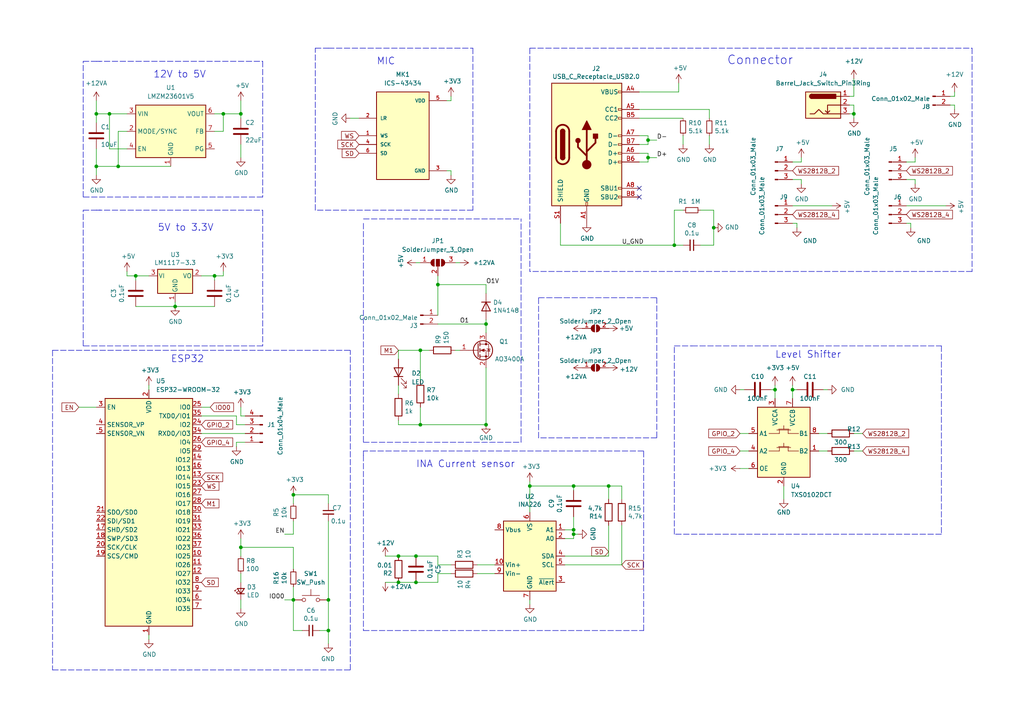
<source format=kicad_sch>
(kicad_sch (version 20211123) (generator eeschema)
  (paper "A4")
  (junction (at 140.97 123.19))
  (junction (at 140.97 93.98))
  (junction (at 229.87 113.03))
  (junction (at 247.65 33.02))
  (junction (at 62.23 80.01))
  (junction (at 187.96 45.72))
  (junction (at 166.37 153.67))
  (junction (at 153.67 140.97))
  (junction (at 120.65 168.91))
  (junction (at 64.77 33.02))
  (junction (at 187.96 40.64))
  (junction (at 27.94 33.02))
  (junction (at 127 82.55))
  (junction (at 195.58 71.12))
  (junction (at 31.75 33.02))
  (junction (at 166.37 140.97))
  (junction (at 121.92 101.6))
  (junction (at 85.09 173.99))
  (junction (at 207.01 66.04))
  (junction (at 95.25 182.88))
  (junction (at 120.65 161.29))
  (junction (at 121.92 123.19))
  (junction (at 27.94 48.26))
  (junction (at 69.85 33.02))
  (junction (at 69.85 158.75))
  (junction (at 50.8 88.9))
  (junction (at 95.25 173.99))
  (junction (at 39.37 80.01))
  (junction (at 166.37 154.94))
  (junction (at 85.09 143.51))
  (junction (at 115.57 168.91))
  (junction (at 176.53 140.97))
  (junction (at 224.79 113.03))
  (junction (at 34.29 48.26))
  (junction (at 115.57 161.29))
  (no_connect (at 185.42 54.61))
  (no_connect (at 185.42 57.15))
  (wire (pts (xy 205.74 41.91) (xy 205.74 39.37)))
  (wire (pts (xy 166.37 149.86) (xy 166.37 153.67)))
  (wire (pts (xy 203.2 71.12) (xy 207.01 71.12)))
  (polyline (pts (xy 273.05 100.33) (xy 273.05 154.94)))
  (wire (pts (xy 127 82.55) (xy 140.97 82.55)))
  (wire (pts (xy 127 163.83) (xy 127 161.29)))
  (wire (pts (xy 68.58 123.19) (xy 71.12 123.19)))
  (wire (pts (xy 153.67 140.97) (xy 153.67 148.59)))
  (wire (pts (xy 229.87 111.76) (xy 229.87 113.03)))
  (polyline (pts (xy 105.41 182.88) (xy 186.69 182.88)))
  (polyline (pts (xy 91.44 60.96) (xy 91.44 13.97)))
  (polyline (pts (xy 273.05 154.94) (xy 195.58 154.94)))
  (wire (pts (xy 50.8 88.9) (xy 62.23 88.9)))
  (wire (pts (xy 85.09 158.75) (xy 69.85 158.75)))
  (wire (pts (xy 264.16 66.04) (xy 264.16 64.77)))
  (wire (pts (xy 185.42 34.29) (xy 198.12 34.29)))
  (wire (pts (xy 69.85 118.11) (xy 69.85 120.65)))
  (wire (pts (xy 69.85 41.91) (xy 69.85 45.72)))
  (wire (pts (xy 36.83 43.18) (xy 31.75 43.18)))
  (wire (pts (xy 166.37 154.94) (xy 167.64 154.94)))
  (wire (pts (xy 153.67 173.99) (xy 153.67 175.26)))
  (wire (pts (xy 229.87 113.03) (xy 229.87 115.57)))
  (wire (pts (xy 27.94 48.26) (xy 34.29 48.26)))
  (wire (pts (xy 62.23 38.1) (xy 64.77 38.1)))
  (wire (pts (xy 62.23 80.01) (xy 58.42 80.01)))
  (wire (pts (xy 68.58 120.65) (xy 68.58 123.19)))
  (wire (pts (xy 31.75 33.02) (xy 36.83 33.02)))
  (wire (pts (xy 27.94 43.18) (xy 27.94 48.26)))
  (polyline (pts (xy 15.24 101.6) (xy 101.6 101.6)))
  (wire (pts (xy 95.25 173.99) (xy 95.25 182.88)))
  (polyline (pts (xy 15.24 194.31) (xy 101.6 194.31)))
  (polyline (pts (xy 137.16 13.97) (xy 137.16 60.96)))
  (wire (pts (xy 85.09 154.94) (xy 82.55 154.94)))
  (wire (pts (xy 69.85 156.21) (xy 69.85 158.75)))
  (wire (pts (xy 276.86 26.67) (xy 276.86 27.94)))
  (wire (pts (xy 127 168.91) (xy 120.65 168.91)))
  (wire (pts (xy 115.57 101.6) (xy 115.57 104.14)))
  (wire (pts (xy 207.01 60.96) (xy 207.01 66.04)))
  (wire (pts (xy 237.49 125.73) (xy 240.03 125.73)))
  (wire (pts (xy 120.65 161.29) (xy 115.57 161.29)))
  (wire (pts (xy 64.77 38.1) (xy 64.77 33.02)))
  (wire (pts (xy 275.59 30.48) (xy 276.86 30.48)))
  (wire (pts (xy 121.92 101.6) (xy 121.92 110.49)))
  (polyline (pts (xy 76.2 60.96) (xy 76.2 100.33)))
  (wire (pts (xy 62.23 33.02) (xy 64.77 33.02)))
  (wire (pts (xy 22.86 118.11) (xy 27.94 118.11)))
  (wire (pts (xy 214.63 125.73) (xy 217.17 125.73)))
  (wire (pts (xy 180.34 140.97) (xy 180.34 144.78)))
  (polyline (pts (xy 186.69 182.88) (xy 186.69 130.81)))
  (wire (pts (xy 85.09 173.99) (xy 85.09 182.88)))
  (wire (pts (xy 36.83 78.74) (xy 36.83 80.01)))
  (wire (pts (xy 187.96 44.45) (xy 185.42 44.45)))
  (wire (pts (xy 115.57 101.6) (xy 121.92 101.6)))
  (wire (pts (xy 95.25 182.88) (xy 92.71 182.88)))
  (wire (pts (xy 127 80.01) (xy 127 82.55)))
  (wire (pts (xy 68.58 128.27) (xy 71.12 128.27)))
  (wire (pts (xy 140.97 123.19) (xy 121.92 123.19)))
  (wire (pts (xy 115.57 123.19) (xy 121.92 123.19)))
  (wire (pts (xy 237.49 130.81) (xy 240.03 130.81)))
  (wire (pts (xy 231.14 113.03) (xy 229.87 113.03)))
  (wire (pts (xy 143.51 163.83) (xy 138.43 163.83)))
  (polyline (pts (xy 27.94 17.78) (xy 76.2 17.78)))
  (wire (pts (xy 231.14 66.04) (xy 231.14 64.77)))
  (wire (pts (xy 140.97 82.55) (xy 140.97 85.09)))
  (wire (pts (xy 43.18 111.76) (xy 43.18 113.03)))
  (polyline (pts (xy 195.58 154.94) (xy 195.58 100.33)))
  (wire (pts (xy 232.41 45.72) (xy 232.41 46.99)))
  (wire (pts (xy 187.96 45.72) (xy 187.96 44.45)))
  (wire (pts (xy 129.54 49.53) (xy 130.81 49.53)))
  (wire (pts (xy 130.81 27.94) (xy 130.81 29.21)))
  (wire (pts (xy 276.86 30.48) (xy 276.86 31.75)))
  (wire (pts (xy 195.58 60.96) (xy 195.58 71.12)))
  (polyline (pts (xy 105.41 130.81) (xy 105.41 132.08)))
  (wire (pts (xy 198.12 71.12) (xy 195.58 71.12)))
  (wire (pts (xy 247.65 33.02) (xy 247.65 34.29)))
  (wire (pts (xy 187.96 46.99) (xy 187.96 45.72)))
  (wire (pts (xy 214.63 135.89) (xy 217.17 135.89)))
  (wire (pts (xy 264.16 64.77) (xy 262.89 64.77)))
  (wire (pts (xy 127 166.37) (xy 130.81 166.37)))
  (polyline (pts (xy 195.58 100.33) (xy 200.66 100.33)))
  (wire (pts (xy 101.6 34.29) (xy 104.14 34.29)))
  (polyline (pts (xy 186.69 130.81) (xy 105.41 130.81)))
  (wire (pts (xy 232.41 46.99) (xy 229.87 46.99)))
  (polyline (pts (xy 24.13 100.33) (xy 24.13 60.96)))
  (wire (pts (xy 69.85 168.91) (xy 69.85 166.37)))
  (polyline (pts (xy 95.25 13.97) (xy 137.16 13.97)))
  (wire (pts (xy 85.09 170.18) (xy 85.09 173.99)))
  (wire (pts (xy 27.94 33.02) (xy 31.75 33.02)))
  (wire (pts (xy 196.85 26.67) (xy 196.85 24.13)))
  (wire (pts (xy 247.65 125.73) (xy 250.19 125.73)))
  (wire (pts (xy 265.43 52.07) (xy 262.89 52.07)))
  (wire (pts (xy 166.37 140.97) (xy 166.37 142.24)))
  (wire (pts (xy 27.94 48.26) (xy 27.94 50.8)))
  (wire (pts (xy 43.18 184.15) (xy 43.18 185.42)))
  (wire (pts (xy 176.53 140.97) (xy 180.34 140.97)))
  (wire (pts (xy 115.57 121.92) (xy 115.57 123.19)))
  (wire (pts (xy 140.97 93.98) (xy 140.97 92.71)))
  (wire (pts (xy 190.5 45.72) (xy 187.96 45.72)))
  (polyline (pts (xy 24.13 60.96) (xy 29.21 60.96)))
  (wire (pts (xy 203.2 60.96) (xy 207.01 60.96)))
  (wire (pts (xy 185.42 31.75) (xy 205.74 31.75)))
  (wire (pts (xy 207.01 71.12) (xy 207.01 66.04)))
  (wire (pts (xy 64.77 78.74) (xy 64.77 80.01)))
  (polyline (pts (xy 24.13 57.15) (xy 24.13 17.78)))
  (wire (pts (xy 85.09 165.1) (xy 85.09 158.75)))
  (wire (pts (xy 195.58 60.96) (xy 198.12 60.96)))
  (wire (pts (xy 187.96 40.64) (xy 187.96 41.91)))
  (wire (pts (xy 229.87 59.69) (xy 241.3 59.69)))
  (wire (pts (xy 132.08 101.6) (xy 133.35 101.6)))
  (wire (pts (xy 232.41 53.34) (xy 232.41 52.07)))
  (polyline (pts (xy 200.66 100.33) (xy 273.05 100.33)))
  (wire (pts (xy 85.09 151.13) (xy 85.09 154.94)))
  (polyline (pts (xy 76.2 17.78) (xy 76.2 57.15)))
  (wire (pts (xy 111.76 168.91) (xy 115.57 168.91)))
  (wire (pts (xy 153.67 139.7) (xy 153.67 140.97)))
  (polyline (pts (xy 156.21 86.36) (xy 161.29 86.36)))
  (polyline (pts (xy 190.5 86.36) (xy 190.5 127)))
  (wire (pts (xy 166.37 140.97) (xy 153.67 140.97)))
  (wire (pts (xy 36.83 80.01) (xy 39.37 80.01)))
  (wire (pts (xy 195.58 71.12) (xy 162.56 71.12)))
  (wire (pts (xy 68.58 129.54) (xy 68.58 128.27)))
  (polyline (pts (xy 281.94 78.74) (xy 153.67 78.74)))
  (wire (pts (xy 121.92 118.11) (xy 121.92 123.19)))
  (wire (pts (xy 27.94 33.02) (xy 27.94 35.56)))
  (polyline (pts (xy 27.94 60.96) (xy 76.2 60.96)))
  (wire (pts (xy 130.81 29.21) (xy 129.54 29.21)))
  (polyline (pts (xy 91.44 13.97) (xy 95.25 13.97)))
  (wire (pts (xy 27.94 29.21) (xy 27.94 33.02)))
  (polyline (pts (xy 156.21 127) (xy 156.21 86.36)))
  (wire (pts (xy 265.43 53.34) (xy 265.43 52.07)))
  (wire (pts (xy 187.96 39.37) (xy 187.96 40.64)))
  (wire (pts (xy 227.33 140.97) (xy 227.33 144.78)))
  (wire (pts (xy 214.63 130.81) (xy 217.17 130.81)))
  (wire (pts (xy 246.38 27.94) (xy 247.65 27.94)))
  (polyline (pts (xy 101.6 194.31) (xy 101.6 101.6)))
  (wire (pts (xy 115.57 161.29) (xy 111.76 161.29)))
  (polyline (pts (xy 151.13 128.27) (xy 151.13 63.5)))
  (wire (pts (xy 163.83 161.29) (xy 176.53 161.29)))
  (polyline (pts (xy 190.5 127) (xy 156.21 127)))
  (wire (pts (xy 127 166.37) (xy 127 168.91)))
  (wire (pts (xy 247.65 30.48) (xy 247.65 33.02)))
  (polyline (pts (xy 153.67 13.97) (xy 281.94 13.97)))
  (wire (pts (xy 163.83 163.83) (xy 180.34 163.83)))
  (wire (pts (xy 127 82.55) (xy 127 91.44)))
  (wire (pts (xy 62.23 81.28) (xy 62.23 80.01)))
  (wire (pts (xy 185.42 39.37) (xy 187.96 39.37)))
  (wire (pts (xy 127 93.98) (xy 140.97 93.98)))
  (wire (pts (xy 39.37 80.01) (xy 43.18 80.01)))
  (wire (pts (xy 95.25 151.13) (xy 95.25 173.99)))
  (wire (pts (xy 127 161.29) (xy 120.65 161.29)))
  (polyline (pts (xy 153.67 13.97) (xy 153.67 78.74)))
  (wire (pts (xy 246.38 30.48) (xy 247.65 30.48)))
  (wire (pts (xy 224.79 111.76) (xy 224.79 113.03)))
  (polyline (pts (xy 161.29 86.36) (xy 190.5 86.36)))
  (polyline (pts (xy 105.41 132.08) (xy 105.41 182.88)))
  (wire (pts (xy 180.34 163.83) (xy 180.34 152.4)))
  (wire (pts (xy 50.8 87.63) (xy 50.8 88.9)))
  (wire (pts (xy 224.79 113.03) (xy 224.79 115.57)))
  (wire (pts (xy 58.42 118.11) (xy 60.96 118.11)))
  (wire (pts (xy 39.37 81.28) (xy 39.37 80.01)))
  (wire (pts (xy 64.77 80.01) (xy 62.23 80.01)))
  (wire (pts (xy 85.09 173.99) (xy 82.55 173.99)))
  (wire (pts (xy 95.25 186.69) (xy 95.25 182.88)))
  (wire (pts (xy 232.41 52.07) (xy 229.87 52.07)))
  (wire (pts (xy 262.89 59.69) (xy 274.32 59.69)))
  (wire (pts (xy 240.03 113.03) (xy 238.76 113.03)))
  (polyline (pts (xy 24.13 17.78) (xy 29.21 17.78)))
  (wire (pts (xy 163.83 153.67) (xy 166.37 153.67)))
  (wire (pts (xy 34.29 38.1) (xy 34.29 48.26)))
  (wire (pts (xy 176.53 140.97) (xy 166.37 140.97)))
  (polyline (pts (xy 76.2 100.33) (xy 24.13 100.33)))
  (wire (pts (xy 190.5 40.64) (xy 187.96 40.64)))
  (wire (pts (xy 39.37 88.9) (xy 50.8 88.9)))
  (wire (pts (xy 69.85 33.02) (xy 69.85 34.29)))
  (polyline (pts (xy 15.24 101.6) (xy 15.24 194.31)))
  (wire (pts (xy 166.37 156.21) (xy 166.37 154.94)))
  (wire (pts (xy 223.52 113.03) (xy 224.79 113.03)))
  (wire (pts (xy 205.74 31.75) (xy 205.74 34.29)))
  (wire (pts (xy 166.37 153.67) (xy 166.37 154.94)))
  (wire (pts (xy 162.56 71.12) (xy 162.56 64.77)))
  (wire (pts (xy 69.85 120.65) (xy 71.12 120.65)))
  (polyline (pts (xy 281.94 13.97) (xy 281.94 78.74)))
  (wire (pts (xy 198.12 41.91) (xy 198.12 39.37)))
  (wire (pts (xy 121.92 101.6) (xy 124.46 101.6)))
  (wire (pts (xy 176.53 152.4) (xy 176.53 161.29)))
  (wire (pts (xy 138.43 166.37) (xy 143.51 166.37)))
  (wire (pts (xy 95.25 143.51) (xy 95.25 146.05)))
  (wire (pts (xy 69.85 176.53) (xy 69.85 173.99)))
  (wire (pts (xy 276.86 27.94) (xy 275.59 27.94)))
  (wire (pts (xy 185.42 46.99) (xy 187.96 46.99)))
  (wire (pts (xy 246.38 33.02) (xy 247.65 33.02)))
  (wire (pts (xy 85.09 143.51) (xy 85.09 146.05)))
  (wire (pts (xy 64.77 33.02) (xy 69.85 33.02)))
  (polyline (pts (xy 76.2 57.15) (xy 24.13 57.15)))
  (wire (pts (xy 265.43 45.72) (xy 265.43 46.99)))
  (wire (pts (xy 85.09 143.51) (xy 95.25 143.51)))
  (wire (pts (xy 115.57 168.91) (xy 120.65 168.91)))
  (polyline (pts (xy 105.41 64.77) (xy 105.41 128.27)))
  (wire (pts (xy 121.92 76.2) (xy 120.65 76.2)))
  (wire (pts (xy 58.42 125.73) (xy 71.12 125.73)))
  (wire (pts (xy 130.81 49.53) (xy 130.81 50.8)))
  (wire (pts (xy 185.42 26.67) (xy 196.85 26.67)))
  (wire (pts (xy 69.85 29.21) (xy 69.85 33.02)))
  (wire (pts (xy 185.42 41.91) (xy 187.96 41.91)))
  (wire (pts (xy 265.43 46.99) (xy 262.89 46.99)))
  (polyline (pts (xy 105.41 63.5) (xy 151.13 63.5)))
  (wire (pts (xy 115.57 111.76) (xy 115.57 114.3)))
  (wire (pts (xy 58.42 120.65) (xy 68.58 120.65)))
  (wire (pts (xy 140.97 96.52) (xy 140.97 93.98)))
  (wire (pts (xy 127 163.83) (xy 130.81 163.83)))
  (wire (pts (xy 140.97 106.68) (xy 140.97 123.19)))
  (wire (pts (xy 247.65 130.81) (xy 250.19 130.81)))
  (wire (pts (xy 231.14 64.77) (xy 229.87 64.77)))
  (wire (pts (xy 163.83 156.21) (xy 166.37 156.21)))
  (polyline (pts (xy 105.41 128.27) (xy 151.13 128.27)))
  (wire (pts (xy 247.65 22.86) (xy 247.65 27.94)))
  (wire (pts (xy 31.75 33.02) (xy 31.75 43.18)))
  (wire (pts (xy 176.53 144.78) (xy 176.53 140.97)))
  (wire (pts (xy 69.85 158.75) (xy 69.85 161.29)))
  (wire (pts (xy 36.83 38.1) (xy 34.29 38.1)))
  (wire (pts (xy 133.35 76.2) (xy 132.08 76.2)))
  (wire (pts (xy 34.29 48.26) (xy 49.53 48.26)))
  (wire (pts (xy 85.09 182.88) (xy 87.63 182.88)))
  (wire (pts (xy 214.63 113.03) (xy 215.9 113.03)))
  (polyline (pts (xy 137.16 60.96) (xy 91.44 60.96)))
  (text "MIC" (at 109.22 19.05 0) (effects (font (size 2 2)) (justify left bottom)))
  (text "Level Shifter" (at 224.79 104.14 0) (effects (font (size 2 2)) (justify left bottom)))
  (text "ESP32" (at 49.53 105.41 0) (effects (font (size 2 2)) (justify left bottom)))
  (text "Connector" (at 210.82 19.05 0) (effects (font (size 2.54 2.54)) (justify left bottom)))
  (text "12V to 5V" (at 44.45 22.86 0) (effects (font (size 2 2)) (justify left bottom)))
  (text "5V to 3.3V" (at 45.72 67.31 0) (effects (font (size 2 2)) (justify left bottom)))
  (text "INA Current sensor" (at 120.65 135.89 0) (effects (font (size 2 2)) (justify left bottom)))
  (label "O1V" (at 140.97 82.55 0))
  (label "D-" (at 190.5 40.64 0))
  (label "D+" (at 190.5 45.72 0))
  (label "O1" (at 133.35 93.98 0))
  (label "U_GND" (at 180.34 71.12 0))
  (label "EN" (at 82.55 154.94 180))
  (label "IO00" (at 82.55 173.99 180))
  (global_label "WS2812B_4" (shape input) (at 250.19 130.81 0) (property "Intersheet References" "${INTERSHEET_REFS}" (effects hide)))
  (global_label "M1" (shape input) (at 115.57 101.6 180) (property "Intersheet References" "${INTERSHEET_REFS}" (effects hide)))
  (global_label "SD" (shape input) (at 104.14 44.45 180) (property "Intersheet References" "${INTERSHEET_REFS}" (effects hide)))
  (global_label "SCK" (shape input) (at 104.14 41.91 180) (property "Intersheet References" "${INTERSHEET_REFS}" (effects hide)))
  (global_label "SCK" (shape input) (at 180.34 163.83 0) (property "Intersheet References" "${INTERSHEET_REFS}" (effects hide)))
  (global_label "WS2812B_2" (shape input) (at 262.89 49.53 0) (property "Intersheet References" "${INTERSHEET_REFS}" (effects hide)))
  (global_label "SCK" (shape input) (at 58.42 138.43 0) (property "Intersheet References" "${INTERSHEET_REFS}" (effects hide)))
  (global_label "IO00" (shape input) (at 60.96 118.11 0) (property "Intersheet References" "${INTERSHEET_REFS}" (effects hide)))
  (global_label "GPIO_2" (shape input) (at 214.63 125.73 180) (property "Intersheet References" "${INTERSHEET_REFS}" (effects hide)))
  (global_label "WS2812B_2" (shape input) (at 229.87 49.53 0) (property "Intersheet References" "${INTERSHEET_REFS}" (effects hide)))
  (global_label "GPIO_4" (shape input) (at 214.63 130.81 180) (property "Intersheet References" "${INTERSHEET_REFS}" (effects hide)))
  (global_label "SD" (shape input) (at 176.53 160.02 180) (property "Intersheet References" "${INTERSHEET_REFS}" (effects hide)))
  (global_label "GPIO_4" (shape input) (at 58.42 128.27 0) (property "Intersheet References" "${INTERSHEET_REFS}" (effects hide)))
  (global_label "WS" (shape input) (at 104.14 39.37 180) (property "Intersheet References" "${INTERSHEET_REFS}" (effects hide)))
  (global_label "EN" (shape input) (at 22.86 118.11 180) (property "Intersheet References" "${INTERSHEET_REFS}" (effects hide)))
  (global_label "WS2812B_2" (shape input) (at 250.19 125.73 0) (property "Intersheet References" "${INTERSHEET_REFS}" (effects hide)))
  (global_label "WS2812B_4" (shape input) (at 262.89 62.23 0) (property "Intersheet References" "${INTERSHEET_REFS}" (effects hide)))
  (global_label "SD" (shape input) (at 58.42 168.91 0) (property "Intersheet References" "${INTERSHEET_REFS}" (effects hide)))
  (global_label "WS2812B_4" (shape input) (at 229.87 62.23 0) (property "Intersheet References" "${INTERSHEET_REFS}" (effects hide)))
  (global_label "WS" (shape input) (at 58.42 140.97 0) (property "Intersheet References" "${INTERSHEET_REFS}" (effects hide)))
  (global_label "M1" (shape input) (at 58.42 146.05 0) (property "Intersheet References" "${INTERSHEET_REFS}" (effects hide)))
  (global_label "GPIO_2" (shape input) (at 58.42 123.19 0) (property "Intersheet References" "${INTERSHEET_REFS}" (effects hide)))
  (symbol (lib_id "power:GND") (at 214.63 113.03 270) (unit 1)
    (property "Reference" "#PWR0135" (effects hide))
    (property "Value" "GND" (at 207.01 113.03 90) (effects (justify left)))
  )
  (symbol (lib_id "Device:C") (at 69.85 38.1 0) (unit 1)
    (property "Reference" "C2" (at 71.12 35.56 0) (effects (justify left)))
    (property "Value" "22uF" (at 71.12 40.64 0) (effects (justify left)))
    (property "Footprint" "Capacitor_SMD:C_0805_2012Metric" (effects hide))
  )
  (symbol (lib_id "power:GND") (at 264.16 66.04 0) (unit 1)
    (property "Reference" "#PWR0124" (effects hide))
    (property "Value" "GND" (at 267.97 69.85 0))
  )
  (symbol (lib_id "Device:R") (at 134.62 166.37 270) (unit 1)
    (property "Reference" "R4" (at 135.7884 168.148 0) (effects (justify left)))
    (property "Value" "10" (at 133.477 168.148 0) (effects (justify left)))
    (property "Footprint" "Resistor_SMD:R_0603_1608Metric" (effects hide))
  )
  (symbol (lib_id "RF_Module:ESP32-WROOM-32") (at 43.18 148.59 0) (unit 1)
    (property "Reference" "U5" (at 45.1994 110.49 0) (effects (justify left)))
    (property "Value" "ESP32-WROOM-32" (at 45.1994 113.03 0) (effects (justify left)))
    (property "Footprint" "RF_Module:ESP32-WROOM-32" (effects hide))
    (property "Datasheet" "https://www.espressif.com/sites/default/files/documentation/esp32-wroom-32_datasheet_en.pdf" (effects hide))
  )
  (symbol (lib_id "power:GND") (at 232.41 53.34 0) (unit 1)
    (property "Reference" "#PWR0115" (effects hide))
    (property "Value" "GND" (at 232.537 57.7342 0))
  )
  (symbol (lib_id "Connector:Conn_01x03_Male") (at 224.79 62.23 0) (unit 1)
    (property "Reference" "J9" (at 227.33 57.15 0))
    (property "Value" "Conn_01x03_Male" (at 220.98 59.69 90))
    (property "Footprint" "Connector_PinHeader_2.54mm:PinHeader_1x03_P2.54mm_Vertical" (effects hide))
  )
  (symbol (lib_id "power:GND") (at 95.25 186.69 0) (mirror y) (unit 1)
    (property "Reference" "#PWR0114" (effects hide))
    (property "Value" "GND" (at 95.123 191.0842 0))
  )
  (symbol (lib_id "power:GND") (at 27.94 50.8 0) (unit 1)
    (property "Reference" "#PWR0110" (effects hide))
    (property "Value" "GND" (at 28.067 55.1942 0))
  )
  (symbol (lib_id "power:+3.3V") (at 43.18 111.76 0) (unit 1)
    (property "Reference" "#PWR0106" (effects hide))
    (property "Value" "+3.3V" (at 43.561 107.3658 0))
  )
  (symbol (lib_id "Diode:1N4148") (at 140.97 88.9 270) (unit 1)
    (property "Reference" "D4" (at 143.002 87.7316 90) (effects (justify left)))
    (property "Value" "1N4148" (at 143.002 90.043 90) (effects (justify left)))
    (property "Footprint" "Diode_SMD:D_1206_3216Metric" (effects hide))
    (property "Datasheet" "https://assets.nexperia.com/documents/data-sheet/1N4148_1N4448.pdf" (effects hide))
  )
  (symbol (lib_id "Device:C") (at 62.23 85.09 180) (unit 1)
    (property "Reference" "C4" (at 68.6308 85.09 90))
    (property "Value" "0.1uF" (at 66.3194 85.09 90))
    (property "Footprint" "Capacitor_SMD:C_0805_2012Metric" (effects hide))
  )
  (symbol (lib_id "Jumper:SolderJumper_3_Open") (at 127 76.2 0) (unit 1)
    (property "Reference" "JP1" (at 127 69.85 0))
    (property "Value" "SolderJumper_3_Open" (at 127 72.39 0))
    (property "Footprint" "Jumper:SolderJumper-3_P1.3mm_Open_Pad1.0x1.5mm" (effects hide))
  )
  (symbol (lib_id "power:GND") (at 68.58 129.54 0) (unit 1)
    (property "Reference" "#PWR0101" (effects hide))
    (property "Value" "GND" (at 68.707 133.9342 0))
  )
  (symbol (lib_id "power:GND") (at 265.43 53.34 0) (unit 1)
    (property "Reference" "#PWR0127" (effects hide))
    (property "Value" "GND" (at 265.557 57.7342 0))
  )
  (symbol (lib_id "Device:R_Small") (at 85.09 148.59 0) (unit 1)
    (property "Reference" "R5" (at 80.1116 148.59 90))
    (property "Value" "10k" (at 82.423 148.59 90))
    (property "Footprint" "Resistor_SMD:R_0603_1608Metric" (effects hide))
    (property "LCSC" "C99198" (effects hide))
  )
  (symbol (lib_id "power:+5V") (at 69.85 29.21 0) (unit 1)
    (property "Reference" "#PWR0104" (effects hide))
    (property "Value" "+5V" (at 70.231 24.8158 0))
  )
  (symbol (lib_id "Connector:Barrel_Jack_Switch_Pin3Ring") (at 238.76 30.48 0) (unit 1)
    (property "Reference" "J4" (at 238.76 21.59 0))
    (property "Value" "Barrel_Jack_Switch_Pin3Ring" (at 238.76 24.13 0))
    (property "Footprint" "Connector_BarrelJack:BarrelJack_GCT_DCJ200-10-A_Horizontal" (effects hide))
  )
  (symbol (lib_id "power:GND") (at 227.33 144.78 0) (unit 1)
    (property "Reference" "#PWR0131" (effects hide))
    (property "Value" "GND" (at 227.33 148.59 0))
  )
  (symbol (lib_id "Device:LED") (at 115.57 107.95 90) (unit 1)
    (property "Reference" "D2" (at 119.38 108.2674 90) (effects (justify right)))
    (property "Value" "LED" (at 119.38 110.8074 90) (effects (justify right)))
    (property "Footprint" "LED_SMD:LED_0603_1608Metric" (effects hide))
  )
  (symbol (lib_id "power:GND") (at 205.74 41.91 0) (unit 1)
    (property "Reference" "#PWR0129" (effects hide))
    (property "Value" "GND" (at 205.867 46.3042 0))
  )
  (symbol (lib_id "power:+12VA") (at 27.94 29.21 0) (unit 1)
    (property "Reference" "#PWR0146" (effects hide))
    (property "Value" "+12VA" (at 27.94 24.13 0))
  )
  (symbol (lib_id "Analog_ADC:INA226") (at 153.67 161.29 0) (unit 1)
    (property "Reference" "U2" (at 153.67 143.9926 0))
    (property "Value" "INA226" (at 153.67 146.304 0))
    (property "Footprint" "Package_SO:VSSOP-10_3x3mm_P0.5mm" (effects hide))
    (property "Datasheet" "http://www.ti.com/lit/ds/symlink/ina226.pdf" (effects hide))
  )
  (symbol (lib_id "Device:C") (at 166.37 146.05 0) (unit 1)
    (property "Reference" "C9" (at 159.9692 146.05 90))
    (property "Value" "0.1uF" (at 162.2806 146.05 90))
    (property "Footprint" "Capacitor_SMD:C_0805_2012Metric" (effects hide))
  )
  (symbol (lib_id "Device:R") (at 180.34 148.59 0) (unit 1)
    (property "Reference" "R15" (at 182.118 147.4216 0) (effects (justify left)))
    (property "Value" "4,7k" (at 182.118 149.733 0) (effects (justify left)))
    (property "Footprint" "Resistor_SMD:R_0603_1608Metric" (effects hide))
  )
  (symbol (lib_id "power:GND") (at 167.64 154.94 90) (unit 1)
    (property "Reference" "#PWR0119" (effects hide))
    (property "Value" "GND" (at 172.0342 154.813 0))
  )
  (symbol (lib_id "Device:C") (at 39.37 85.09 0) (unit 1)
    (property "Reference" "C3" (at 32.9692 85.09 90))
    (property "Value" "0.1uF" (at 35.2806 85.09 90))
    (property "Footprint" "Capacitor_SMD:C_0805_2012Metric" (effects hide))
  )
  (symbol (lib_id "power:+12V") (at 176.53 106.68 270) (unit 1)
    (property "Reference" "#PWR0153" (effects hide))
    (property "Value" "+12V" (at 179.705 107.1138 90) (effects (justify left)))
  )
  (symbol (lib_id "Device:R") (at 121.92 114.3 0) (unit 1)
    (property "Reference" "R7" (at 123.698 113.1316 0) (effects (justify left)))
    (property "Value" "10k" (at 123.698 115.443 0) (effects (justify left)))
    (property "Footprint" "Resistor_SMD:R_0603_1608Metric" (effects hide))
  )
  (symbol (lib_id "Connector:Conn_01x03_Male") (at 224.79 49.53 0) (unit 1)
    (property "Reference" "J7" (at 226.06 43.18 0))
    (property "Value" "Conn_01x03_Male" (at 218.44 48.26 90))
    (property "Footprint" "Connector_PinHeader_2.54mm:PinHeader_1x03_P2.54mm_Vertical" (effects hide))
  )
  (symbol (lib_id "power:+5V") (at 36.83 78.74 0) (unit 1)
    (property "Reference" "#PWR0108" (effects hide))
    (property "Value" "+5V" (at 37.211 74.3458 0))
  )
  (symbol (lib_id "Jumper:SolderJumper_2_Open") (at 172.72 106.68 0) (unit 1)
    (property "Reference" "JP3" (at 172.72 101.8245 0))
    (property "Value" "SolderJumper_2_Open" (at 172.72 104.5996 0))
    (property "Footprint" "Jumper:SolderJumper-2_P1.3mm_Open_Pad1.0x1.5mm" (effects hide))
  )
  (symbol (lib_id "Device:C_Small") (at 90.17 182.88 90) (mirror x) (unit 1)
    (property "Reference" "C6" (at 90.17 177.0634 90))
    (property "Value" "0.1u" (at 90.17 179.3748 90))
    (property "Footprint" "Capacitor_SMD:C_0603_1608Metric" (effects hide))
    (property "LCSC" "C14663" (effects hide))
  )
  (symbol (lib_id "power:+5V") (at 232.41 45.72 0) (unit 1)
    (property "Reference" "#PWR0121" (effects hide))
    (property "Value" "+5V" (at 232.791 41.3258 0))
  )
  (symbol (lib_id "Connector:Conn_01x02_Male") (at 121.92 91.44 0) (unit 1)
    (property "Reference" "J3" (at 121.2088 94.4372 0) (effects (justify right)))
    (property "Value" "Conn_01x02_Male" (at 121.2088 92.1258 0) (effects (justify right)))
    (property "Footprint" "TerminalBlock_Phoenix:TerminalBlock_Phoenix_MKDS-1,5-2-5.08_1x02_P5.08mm_Horizontal" (effects hide))
  )
  (symbol (lib_id "Regulator_Linear:LM1117-3.3") (at 50.8 80.01 0) (unit 1)
    (property "Reference" "U3" (at 50.8 73.8632 0))
    (property "Value" "LM1117-3.3" (at 50.8 76.1746 0))
    (property "Footprint" "Package_TO_SOT_SMD:SOT-223" (effects hide))
    (property "Datasheet" "http://www.ti.com/lit/ds/symlink/lm1117.pdf" (effects hide))
  )
  (symbol (lib_id "Device:C") (at 27.94 39.37 0) (unit 1)
    (property "Reference" "C1" (at 29.21 36.83 0) (effects (justify left)))
    (property "Value" "10uF" (at 29.21 41.91 0) (effects (justify left)))
    (property "Footprint" "Capacitor_SMD:C_0603_1608Metric" (effects hide))
  )
  (symbol (lib_id "Device:R_Small") (at 200.66 60.96 90) (unit 1)
    (property "Reference" "R1" (at 199.39 58.42 90) (effects (justify left)))
    (property "Value" "1M" (at 203.2 58.42 90) (effects (justify left)))
    (property "Footprint" "Resistor_SMD:R_0603_1608Metric" (effects hide))
    (property "LCSC" "C163928" (effects hide))
  )
  (symbol (lib_id "power:GND") (at 276.86 31.75 0) (unit 1)
    (property "Reference" "#PWR0142" (effects hide))
    (property "Value" "GND" (at 276.987 36.1442 0))
  )
  (symbol (lib_id "Transistor_FET:AO3400A") (at 138.43 101.6 0) (unit 1)
    (property "Reference" "Q1" (at 144.78 99.06 0) (effects (justify left)))
    (property "Value" "AO3400A" (at 143.51 104.14 0) (effects (justify left)))
    (property "Footprint" "Package_TO_SOT_SMD:SOT-23" (effects hide))
    (property "Datasheet" "http://www.aosmd.com/pdfs/datasheet/AO3400A.pdf" (effects hide))
  )
  (symbol (lib_id "Switch:SW_Push") (at 90.17 173.99 0) (unit 1)
    (property "Reference" "SW1" (at 90.17 166.37 0))
    (property "Value" "SW_Push" (at 90.17 168.91 0))
    (property "Footprint" "Button_Switch_SMD:SW_Push_SPST_NO_Alps_SKRK" (effects hide))
  )
  (symbol (lib_id "power:+3.3V") (at 64.77 78.74 0) (unit 1)
    (property "Reference" "#PWR0107" (effects hide))
    (property "Value" "+3.3V" (at 65.151 74.3458 0))
  )
  (symbol (lib_id "Device:R") (at 115.57 118.11 0) (unit 1)
    (property "Reference" "R6" (at 117.348 116.9416 0) (effects (justify left)))
    (property "Value" "1k" (at 117.348 119.253 0) (effects (justify left)))
    (property "Footprint" "Resistor_SMD:R_0603_1608Metric" (effects hide))
  )
  (symbol (lib_id "Device:C_Small") (at 200.66 71.12 270) (unit 1)
    (property "Reference" "C8" (at 200.66 65.3034 90))
    (property "Value" "0.1u" (at 200.66 67.6148 90))
    (property "Footprint" "Capacitor_SMD:C_0603_1608Metric" (effects hide))
    (property "LCSC" "C14663" (effects hide))
  )
  (symbol (lib_id "power:GND") (at 69.85 176.53 0) (unit 1)
    (property "Reference" "#PWR0112" (effects hide))
    (property "Value" "GND" (at 69.977 180.9242 0))
  )
  (symbol (lib_id "Connector:Conn_01x03_Male") (at 257.81 49.53 0) (unit 1)
    (property "Reference" "J5" (at 259.08 43.18 0))
    (property "Value" "Conn_01x03_Male" (at 251.46 48.26 90))
    (property "Footprint" "Connector_JST:JST_EH_B3B-EH-A_1x03_P2.50mm_Vertical" (effects hide))
  )
  (symbol (lib_id "Device:C") (at 120.65 165.1 180) (unit 1)
    (property "Reference" "C5" (at 127.0508 165.1 90))
    (property "Value" "0.1uF" (at 124.7394 165.1 90))
    (property "Footprint" "Capacitor_SMD:C_0603_1608Metric" (effects hide))
  )
  (symbol (lib_id "power:+5V") (at 176.53 95.25 270) (unit 1)
    (property "Reference" "#PWR0149" (effects hide))
    (property "Value" "+5V" (at 181.61 95.25 90))
  )
  (symbol (lib_id "power:+12V") (at 111.76 161.29 0) (unit 1)
    (property "Reference" "#PWR0140" (effects hide))
    (property "Value" "+12V" (at 111.76 157.48 0))
  )
  (symbol (lib_id "power:+12V") (at 247.65 22.86 0) (unit 1)
    (property "Reference" "#PWR0139" (effects hide))
    (property "Value" "+12V" (at 247.65 17.78 0))
  )
  (symbol (lib_id "Device:R") (at 134.62 163.83 90) (unit 1)
    (property "Reference" "R3" (at 133.4516 162.052 0) (effects (justify left)))
    (property "Value" "10" (at 135.763 162.052 0) (effects (justify left)))
    (property "Footprint" "Resistor_SMD:R_0603_1608Metric" (effects hide))
  )
  (symbol (lib_id "Device:R") (at 243.84 130.81 90) (unit 1)
    (property "Reference" "R13" (at 247.65 129.54 90))
    (property "Value" "300" (at 243.84 133.35 90))
    (property "Footprint" "Resistor_SMD:R_0603_1608Metric" (effects hide))
  )
  (symbol (lib_id "Connector:Conn_01x02_Male") (at 270.51 27.94 0) (unit 1)
    (property "Reference" "J8" (at 269.7988 30.9372 0) (effects (justify right)))
    (property "Value" "Conn_01x02_Male" (at 269.7988 28.6258 0) (effects (justify right)))
    (property "Footprint" "TerminalBlock_Phoenix:TerminalBlock_Phoenix_MKDS-1,5-2-5.08_1x02_P5.08mm_Horizontal" (effects hide))
  )
  (symbol (lib_id "Device:R") (at 176.53 148.59 180) (unit 1)
    (property "Reference" "R14" (at 174.752 149.7584 0) (effects (justify left)))
    (property "Value" "4,7k" (at 174.752 147.447 0) (effects (justify left)))
    (property "Footprint" "Resistor_SMD:R_0603_1608Metric" (effects hide))
  )
  (symbol (lib_id "Device:R_Small") (at 198.12 36.83 0) (unit 1)
    (property "Reference" "R10" (at 199.6186 35.6616 0) (effects (justify left)))
    (property "Value" "5.1k" (at 199.6186 37.973 0) (effects (justify left)))
    (property "Footprint" "Resistor_SMD:R_0603_1608Metric" (effects hide))
    (property "LCSC" "C163928" (effects hide))
  )
  (symbol (lib_id "power:GND") (at 130.81 50.8 0) (unit 1)
    (property "Reference" "#PWR0128" (effects hide))
    (property "Value" "GND" (at 130.937 55.1942 0))
  )
  (symbol (lib_id "power:+5V") (at 274.32 59.69 270) (unit 1)
    (property "Reference" "#PWR0125" (effects hide))
    (property "Value" "+5V" (at 278.7142 60.071 0))
  )
  (symbol (lib_id "power:GND") (at 207.01 66.04 90) (unit 1)
    (property "Reference" "#PWR0120" (effects hide))
    (property "Value" "GND" (at 210.2612 65.913 90) (effects (justify right)))
  )
  (symbol (lib_id "power:GND") (at 69.85 45.72 0) (unit 1)
    (property "Reference" "#PWR0148" (effects hide))
    (property "Value" "GND" (at 69.977 50.1142 0))
  )
  (symbol (lib_id "Device:R_Small") (at 85.09 167.64 0) (unit 1)
    (property "Reference" "R16" (at 80.1116 167.64 90))
    (property "Value" "10k" (at 82.423 167.64 90))
    (property "Footprint" "Resistor_SMD:R_0603_1608Metric" (effects hide))
    (property "LCSC" "C99198" (effects hide))
  )
  (symbol (lib_id "power:+3.3V") (at 214.63 135.89 90) (unit 1)
    (property "Reference" "#PWR0132" (effects hide))
    (property "Value" "+3.3V" (at 210.82 135.8899 90) (effects (justify left)))
  )
  (symbol (lib_id "power:+3.3V") (at 69.85 118.11 0) (unit 1)
    (property "Reference" "#PWR0103" (effects hide))
    (property "Value" "+3.3V" (at 70.231 113.7158 0))
  )
  (symbol (lib_id "power:GND") (at 43.18 185.42 0) (unit 1)
    (property "Reference" "#PWR0102" (effects hide))
    (property "Value" "GND" (at 43.307 189.8142 0))
  )
  (symbol (lib_id "power:GND") (at 140.97 123.19 0) (unit 1)
    (property "Reference" "#PWR0151" (effects hide))
    (property "Value" "GND" (at 140.97 127 0))
  )
  (symbol (lib_id "power:+12V") (at 276.86 26.67 0) (unit 1)
    (property "Reference" "#PWR0105" (effects hide))
    (property "Value" "+12V" (at 276.86 21.59 0))
  )
  (symbol (lib_id "power:GND") (at 101.6 34.29 270) (unit 1)
    (property "Reference" "#PWR0137" (effects hide))
    (property "Value" "GND" (at 97.2058 34.417 0))
  )
  (symbol (lib_id "power:+5V") (at 229.87 111.76 0) (unit 1)
    (property "Reference" "#PWR0133" (effects hide))
    (property "Value" "+5V" (at 229.87 106.68 0))
  )
  (symbol (lib_id "Device:R_Small") (at 69.85 163.83 0) (unit 1)
    (property "Reference" "R8" (at 71.3486 162.6616 0) (effects (justify left)))
    (property "Value" "100" (at 71.3486 164.973 0) (effects (justify left)))
    (property "Footprint" "Resistor_SMD:R_0603_1608Metric" (effects hide))
    (property "LCSC" "C22775" (effects hide))
  )
  (symbol (lib_id "Regulator_Switching:LMZM23601V5") (at 49.53 38.1 0) (unit 1)
    (property "Reference" "U1" (at 49.53 25.4 0))
    (property "Value" "LMZM23601V5" (at 49.53 27.94 0))
    (property "Footprint" "Package_LGA:Texas_SIL0010A_MicroSiP-10-1EP_3.8x3mm_P0.6mm_EP0.7x2.9mm_ThermalVias" (effects hide))
    (property "Datasheet" "http://www.ti.com/lit/ds/symlink/lmzm23601.pdf" (effects hide))
  )
  (symbol (lib_id "power:GND") (at 50.8 88.9 0) (unit 1)
    (property "Reference" "#PWR0109" (effects hide))
    (property "Value" "GND" (at 50.927 93.2942 0))
  )
  (symbol (lib_id "power:+3.3V") (at 153.67 139.7 0) (unit 1)
    (property "Reference" "#PWR0144" (effects hide))
    (property "Value" "+3.3V" (at 154.051 135.3058 0))
  )
  (symbol (lib_id "Jumper:SolderJumper_2_Open") (at 172.72 95.25 0) (unit 1)
    (property "Reference" "JP2" (at 172.72 90.3945 0))
    (property "Value" "SolderJumper_2_Open" (at 172.72 93.1696 0))
    (property "Footprint" "Jumper:SolderJumper-2_P1.3mm_Open_Pad1.0x1.5mm" (effects hide))
  )
  (symbol (lib_id "power:+5V") (at 241.3 59.69 270) (unit 1)
    (property "Reference" "#PWR0122" (effects hide))
    (property "Value" "+5V" (at 245.6942 60.071 0))
  )
  (symbol (lib_id "Device:LED_Small") (at 69.85 171.45 90) (unit 1)
    (property "Reference" "D3" (at 71.5772 170.2816 90) (effects (justify right)))
    (property "Value" "LED" (at 71.5772 172.593 90) (effects (justify right)))
    (property "Footprint" "LED_SMD:LED_0603_1608Metric" (effects hide))
    (property "LCSC" "C205445" (effects hide))
  )
  (symbol (lib_id "power:+5V") (at 196.85 24.13 0) (unit 1)
    (property "Reference" "#PWR0126" (effects hide))
    (property "Value" "+5V" (at 197.231 19.7358 0))
  )
  (symbol (lib_id "power:+12VA") (at 111.76 168.91 180) (unit 1)
    (property "Reference" "#PWR0145" (effects hide))
    (property "Value" "+12VA" (at 113.03 170.18 0) (effects (justify right)))
  )
  (symbol (lib_id "Device:C_Small") (at 95.25 148.59 0) (unit 1)
    (property "Reference" "C7" (at 99.06 147.32 0) (effects (justify right)))
    (property "Value" "0.1u" (at 100.33 151.13 0) (effects (justify right)))
    (property "Footprint" "Capacitor_SMD:C_0603_1608Metric" (effects hide))
    (property "LCSC" "C14663" (effects hide))
  )
  (symbol (lib_id "power:+3.3V") (at 224.79 111.76 0) (unit 1)
    (property "Reference" "#PWR0134" (effects hide))
    (property "Value" "+3.3V" (at 224.79 106.68 0))
  )
  (symbol (lib_id "Logic_LevelTranslator:TXS0102DCT") (at 227.33 128.27 0) (unit 1)
    (property "Reference" "U4" (at 229.3494 140.97 0) (effects (justify left)))
    (property "Value" "TXS0102DCT" (at 229.3494 143.51 0) (effects (justify left)))
    (property "Footprint" "Package_SO:SSOP-8_2.95x2.8mm_P0.65mm" (effects hide))
    (property "Datasheet" "http://www.ti.com/lit/gpn/txs0102" (effects hide))
  )
  (symbol (lib_id "power:+3V3") (at 85.09 143.51 0) (unit 1)
    (property "Reference" "#PWR0116" (effects hide))
    (property "Value" "+3V3" (at 85.471 139.1158 0))
  )
  (symbol (lib_id "power:+12VA") (at 133.35 76.2 270) (unit 1)
    (property "Reference" "#PWR0147" (effects hide))
    (property "Value" "+12VA" (at 137.16 76.1999 90) (effects (justify left)))
  )
  (symbol (lib_id "power:GND") (at 231.14 66.04 0) (unit 1)
    (property "Reference" "#PWR0111" (effects hide))
    (property "Value" "GND" (at 234.95 69.85 0))
  )
  (symbol (lib_id "Connector:USB_C_Receptacle_USB2.0") (at 170.18 41.91 0) (unit 1)
    (property "Reference" "J2" (at 172.8978 19.8882 0))
    (property "Value" "USB_C_Receptacle_USB2.0" (at 172.8978 22.1996 0))
    (property "Footprint" "Connector_USB:USB_C_Receptacle_HRO_TYPE-C-31-M-12" (effects hide))
    (property "Datasheet" "https://www.usb.org/sites/default/files/documents/usb_type-c.zip" (effects hide))
    (property "LCSC" "C165948" (effects hide))
  )
  (symbol (lib_id "Device:C") (at 234.95 113.03 90) (unit 1)
    (property "Reference" "C11" (at 234.95 109.22 90))
    (property "Value" "100nF" (at 234.95 115.57 90))
    (property "Footprint" "Capacitor_SMD:C_0603_1608Metric" (effects hide))
  )
  (symbol (lib_id "power:+3V3") (at 69.85 156.21 0) (unit 1)
    (property "Reference" "#PWR0113" (effects hide))
    (property "Value" "+3V3" (at 70.231 151.8158 0))
  )
  (symbol (lib_id "Device:R_Small") (at 205.74 36.83 0) (unit 1)
    (property "Reference" "R11" (at 207.2386 35.6616 0) (effects (justify left)))
    (property "Value" "5.1k" (at 207.2386 37.973 0) (effects (justify left)))
    (property "Footprint" "Resistor_SMD:R_0603_1608Metric" (effects hide))
    (property "LCSC" "C163928" (effects hide))
  )
  (symbol (lib_id "power:+12VA") (at 168.91 106.68 90) (unit 1)
    (property "Reference" "#PWR0152" (effects hide))
    (property "Value" "+12VA" (at 163.83 109.22 90) (effects (justify right)))
  )
  (symbol (lib_id "power:GND") (at 247.65 34.29 0) (unit 1)
    (property "Reference" "#PWR0141" (effects hide))
    (property "Value" "GND" (at 247.777 38.6842 0))
  )
  (symbol (lib_id "power:+5V") (at 120.65 76.2 90) (unit 1)
    (property "Reference" "#PWR0118" (effects hide))
    (property "Value" "+5V" (at 116.2558 75.819 0))
  )
  (symbol (lib_id "power:GND") (at 240.03 113.03 90) (unit 1)
    (property "Reference" "#PWR0136" (effects hide))
    (property "Value" "GND" (at 243.84 113.03 90) (effects (justify right)))
  )
  (symbol (lib_id "Device:R") (at 243.84 125.73 90) (unit 1)
    (property "Reference" "R12" (at 247.65 124.46 90))
    (property "Value" "300" (at 243.84 128.27 90))
    (property "Footprint" "Resistor_SMD:R_0603_1608Metric" (effects hide))
  )
  (symbol (lib_id "Connector:Conn_01x03_Male") (at 257.81 62.23 0) (unit 1)
    (property "Reference" "J6" (at 260.35 57.15 0))
    (property "Value" "Conn_01x03_Male" (at 254 59.69 90))
    (property "Footprint" "Connector_JST:JST_EH_B3B-EH-A_1x03_P2.50mm_Vertical" (effects hide))
  )
  (symbol (lib_id "power:GND") (at 153.67 175.26 0) (unit 1)
    (property "Reference" "#PWR0143" (effects hide))
    (property "Value" "GND" (at 153.797 179.6542 0))
  )
  (symbol (lib_id "Device:R") (at 128.27 101.6 90) (unit 1)
    (property "Reference" "R9" (at 127.1016 99.822 0) (effects (justify left)))
    (property "Value" "150" (at 129.413 99.822 0) (effects (justify left)))
    (property "Footprint" "Resistor_SMD:R_0603_1608Metric" (effects hide))
  )
  (symbol (lib_id "Connector:Conn_01x04_Male") (at 76.2 125.73 180) (unit 1)
    (property "Reference" "J1" (at 77.47 123.1899 0) (effects (justify right)))
    (property "Value" "Conn_01x04_Male" (at 81.28 132.08 90) (effects (justify right)))
    (property "Footprint" "Connector_PinHeader_2.54mm:PinHeader_1x04_P2.54mm_Vertical" (effects hide))
  )
  (symbol (lib_id "Device:R") (at 115.57 165.1 180) (unit 1)
    (property "Reference" "R2" (at 113.792 166.2684 0) (effects (justify left)))
    (property "Value" "0.01" (at 113.792 163.957 0) (effects (justify left)))
    (property "Footprint" "Resistor_SMD:R_0805_2012Metric" (effects hide))
  )
  (symbol (lib_id "Device:C") (at 219.71 113.03 90) (unit 1)
    (property "Reference" "C10" (at 219.71 109.22 90))
    (property "Value" "100nF" (at 219.71 115.57 90))
    (property "Footprint" "Capacitor_SMD:C_0603_1608Metric" (effects hide))
  )
  (symbol (lib_id "power:+3.3V") (at 130.81 27.94 0) (unit 1)
    (property "Reference" "#PWR0138" (effects hide))
    (property "Value" "+3.3V" (at 131.191 23.5458 0))
  )
  (symbol (lib_id "ICS-43434:ICS-43434") (at 116.84 39.37 0) (unit 1)
    (property "Reference" "MK1" (at 116.84 21.59 0))
    (property "Value" "ICS-43434" (at 116.84 24.13 0))
    (property "Footprint" "ICS-43434:MIC_ICS-43434" (effects hide))
    (property "DESCRIPTION" "Multi-Mode Microphone with I2S Digital Output" (effects hide))
    (property "MF" "TDK-InvenSense" (effects hide))
    (property "PACKAGE" "LGA-6 TDK-InvenSense" (effects hide))
    (property "AVAILABILITY" "Bad" (effects hide))
    (property "MP" "ICS-43434" (effects hide))
    (property "PRICE" "2.43 USD" (effects hide))
  )
  (symbol (lib_id "power:GND") (at 170.18 64.77 0) (unit 1)
    (property "Reference" "#PWR0117" (effects hide))
    (property "Value" "GND" (at 170.307 69.1642 0))
  )
  (symbol (lib_id "power:+12VA") (at 168.91 95.25 90) (unit 1)
    (property "Reference" "#PWR0150" (effects hide))
    (property "Value" "+12VA" (at 163.83 97.79 90) (effects (justify right)))
  )
  (symbol (lib_id "power:GND") (at 198.12 41.91 0) (unit 1)
    (property "Reference" "#PWR0130" (effects hide))
    (property "Value" "GND" (at 198.247 46.3042 0))
  )
  (symbol (lib_id "power:+5V") (at 265.43 45.72 0) (unit 1)
    (property "Reference" "#PWR0123" (effects hide))
    (property "Value" "+5V" (at 265.811 41.3258 0))
  )
)
</source>
